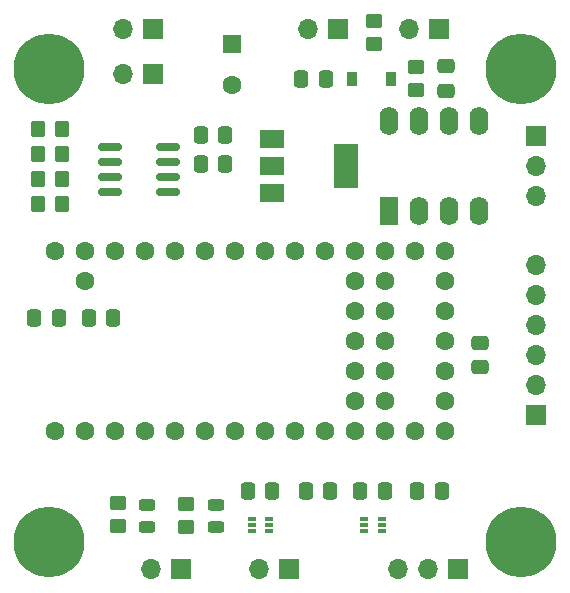
<source format=gbr>
%TF.GenerationSoftware,KiCad,Pcbnew,6.99.0-unknown-e4798199c6~148~ubuntu20.04.1*%
%TF.CreationDate,2022-06-12T18:05:56+02:00*%
%TF.ProjectId,MTRON_PCB,4d54524f-4e5f-4504-9342-2e6b69636164,rev?*%
%TF.SameCoordinates,Original*%
%TF.FileFunction,Soldermask,Top*%
%TF.FilePolarity,Negative*%
%FSLAX46Y46*%
G04 Gerber Fmt 4.6, Leading zero omitted, Abs format (unit mm)*
G04 Created by KiCad (PCBNEW 6.99.0-unknown-e4798199c6~148~ubuntu20.04.1) date 2022-06-12 18:05:56*
%MOMM*%
%LPD*%
G01*
G04 APERTURE LIST*
G04 Aperture macros list*
%AMRoundRect*
0 Rectangle with rounded corners*
0 $1 Rounding radius*
0 $2 $3 $4 $5 $6 $7 $8 $9 X,Y pos of 4 corners*
0 Add a 4 corners polygon primitive as box body*
4,1,4,$2,$3,$4,$5,$6,$7,$8,$9,$2,$3,0*
0 Add four circle primitives for the rounded corners*
1,1,$1+$1,$2,$3*
1,1,$1+$1,$4,$5*
1,1,$1+$1,$6,$7*
1,1,$1+$1,$8,$9*
0 Add four rect primitives between the rounded corners*
20,1,$1+$1,$2,$3,$4,$5,0*
20,1,$1+$1,$4,$5,$6,$7,0*
20,1,$1+$1,$6,$7,$8,$9,0*
20,1,$1+$1,$8,$9,$2,$3,0*%
G04 Aperture macros list end*
%ADD10C,0.800000*%
%ADD11C,6.000000*%
%ADD12O,1.700000X1.700000*%
%ADD13R,1.700000X1.700000*%
%ADD14RoundRect,0.250000X-0.350000X-0.450000X0.350000X-0.450000X0.350000X0.450000X-0.350000X0.450000X0*%
%ADD15RoundRect,0.250000X-0.450000X0.350000X-0.450000X-0.350000X0.450000X-0.350000X0.450000X0.350000X0*%
%ADD16RoundRect,0.250000X-0.337500X-0.475000X0.337500X-0.475000X0.337500X0.475000X-0.337500X0.475000X0*%
%ADD17C,1.600000*%
%ADD18RoundRect,0.250000X0.475000X-0.337500X0.475000X0.337500X-0.475000X0.337500X-0.475000X-0.337500X0*%
%ADD19RoundRect,0.250000X0.350000X0.450000X-0.350000X0.450000X-0.350000X-0.450000X0.350000X-0.450000X0*%
%ADD20R,2.000000X1.500000*%
%ADD21R,2.000000X3.800000*%
%ADD22RoundRect,0.250000X-0.475000X0.337500X-0.475000X-0.337500X0.475000X-0.337500X0.475000X0.337500X0*%
%ADD23RoundRect,0.250000X0.337500X0.475000X-0.337500X0.475000X-0.337500X-0.475000X0.337500X-0.475000X0*%
%ADD24RoundRect,0.150000X-0.825000X-0.150000X0.825000X-0.150000X0.825000X0.150000X-0.825000X0.150000X0*%
%ADD25RoundRect,0.243750X-0.456250X0.243750X-0.456250X-0.243750X0.456250X-0.243750X0.456250X0.243750X0*%
%ADD26R,0.900000X1.200000*%
%ADD27R,0.700000X0.340000*%
%ADD28R,1.600000X1.600000*%
%ADD29O,1.600000X2.400000*%
%ADD30R,1.600000X2.400000*%
G04 APERTURE END LIST*
D10*
%TO.C,H3*%
X123250000Y-111000000D03*
X122590990Y-112590990D03*
X122590990Y-109409010D03*
X121000000Y-113250000D03*
D11*
X121000000Y-111000000D03*
D10*
X121000000Y-108750000D03*
X119409010Y-112590990D03*
X119409010Y-109409010D03*
X118750000Y-111000000D03*
%TD*%
%TO.C,H2*%
X163250000Y-111000000D03*
X162590990Y-112590990D03*
X162590990Y-109409010D03*
X161000000Y-113250000D03*
D11*
X161000000Y-111000000D03*
D10*
X161000000Y-108750000D03*
X159409010Y-112590990D03*
X159409010Y-109409010D03*
X158750000Y-111000000D03*
%TD*%
%TO.C,H4*%
X163250000Y-71000000D03*
X162590990Y-72590990D03*
X162590990Y-69409010D03*
X161000000Y-73250000D03*
D11*
X161000000Y-71000000D03*
D10*
X161000000Y-68750000D03*
X159409010Y-72590990D03*
X159409010Y-69409010D03*
X158750000Y-71000000D03*
%TD*%
%TO.C,H1*%
X123250000Y-71000000D03*
X122590990Y-72590990D03*
X122590990Y-69409010D03*
X121000000Y-73250000D03*
D11*
X121000000Y-71000000D03*
D10*
X121000000Y-68750000D03*
X119409010Y-72590990D03*
X119409010Y-69409010D03*
X118750000Y-71000000D03*
%TD*%
D12*
%TO.C,J2*%
X127234999Y-67599999D03*
D13*
X129774999Y-67599999D03*
%TD*%
D12*
%TO.C,J7*%
X162199999Y-81754999D03*
X162199999Y-79214999D03*
D13*
X162199999Y-76674999D03*
%TD*%
D14*
%TO.C,R7*%
X122100000Y-78200000D03*
X120100000Y-78200000D03*
%TD*%
D15*
%TO.C,R4*%
X126800000Y-109700000D03*
X126800000Y-107700000D03*
%TD*%
%TO.C,R3*%
X132600000Y-109800000D03*
X132600000Y-107800000D03*
%TD*%
D16*
%TO.C,C9*%
X135937500Y-79000000D03*
X133862500Y-79000000D03*
%TD*%
D17*
%TO.C,U1*%
X146940000Y-99060000D03*
X149480000Y-99060000D03*
X146940000Y-96520000D03*
X149480000Y-96520000D03*
X146940000Y-93980000D03*
X149480000Y-93980000D03*
X146940000Y-91440000D03*
X149480000Y-91440000D03*
X146940000Y-88900000D03*
X149480000Y-88900000D03*
X124080000Y-88900000D03*
X121540000Y-86360000D03*
X124080000Y-86360000D03*
X126620000Y-86360000D03*
X129160000Y-86360000D03*
X131700000Y-86360000D03*
X134240000Y-86360000D03*
X136780000Y-86360000D03*
X139320000Y-86360000D03*
X141860000Y-86360000D03*
X144400000Y-86360000D03*
X146940000Y-86360000D03*
X149480000Y-86360000D03*
X152020000Y-86360000D03*
X154560000Y-86360000D03*
X154560000Y-88900000D03*
X154560000Y-91440000D03*
X154560000Y-93980000D03*
X154560000Y-96520000D03*
X154560000Y-99060000D03*
X154560000Y-101600000D03*
X152020000Y-101600000D03*
X149480000Y-101600000D03*
X146940000Y-101600000D03*
X144400000Y-101600000D03*
X141860000Y-101600000D03*
X139320000Y-101600000D03*
X136780000Y-101600000D03*
X134240000Y-101600000D03*
X131700000Y-101600000D03*
X129160000Y-101600000D03*
X126620000Y-101600000D03*
X124080000Y-101600000D03*
X121540000Y-101600000D03*
%TD*%
D15*
%TO.C,R2*%
X148500000Y-68900000D03*
X148500000Y-66900000D03*
%TD*%
D12*
%TO.C,J6*%
X138816999Y-113299999D03*
D13*
X141356999Y-113299999D03*
%TD*%
D12*
%TO.C,J5*%
X162199999Y-87549999D03*
X162199999Y-90089999D03*
X162199999Y-92629999D03*
X162199999Y-95169999D03*
X162199999Y-97709999D03*
D13*
X162199999Y-100249999D03*
%TD*%
D16*
%TO.C,C10*%
X135937500Y-76600000D03*
X133862500Y-76600000D03*
%TD*%
D18*
%TO.C,C2*%
X157500000Y-94162500D03*
X157500000Y-96237500D03*
%TD*%
D19*
%TO.C,R8*%
X120100000Y-80300000D03*
X122100000Y-80300000D03*
%TD*%
D16*
%TO.C,C6*%
X139900000Y-106700000D03*
X137825000Y-106700000D03*
%TD*%
D20*
%TO.C,U3*%
X139849999Y-81499999D03*
D21*
X146149999Y-79199999D03*
D20*
X139849999Y-79199999D03*
X139849999Y-76899999D03*
%TD*%
D16*
%TO.C,C11*%
X149437500Y-106700000D03*
X147362500Y-106700000D03*
%TD*%
D12*
%TO.C,J3*%
X129659999Y-113299999D03*
D13*
X132199999Y-113299999D03*
%TD*%
D19*
%TO.C,R6*%
X120100000Y-82400000D03*
X122100000Y-82400000D03*
%TD*%
D12*
%TO.C,J1*%
X151511999Y-67599999D03*
D13*
X154051999Y-67599999D03*
%TD*%
D22*
%TO.C,C3*%
X154600000Y-72837500D03*
X154600000Y-70762500D03*
%TD*%
D23*
%TO.C,C8*%
X142725000Y-106700000D03*
X144800000Y-106700000D03*
%TD*%
%TO.C,C5*%
X142362500Y-71800000D03*
X144437500Y-71800000D03*
%TD*%
D24*
%TO.C,U5*%
X131075000Y-77595000D03*
X131075000Y-78865000D03*
X131075000Y-80135000D03*
X131075000Y-81405000D03*
X126125000Y-81405000D03*
X126125000Y-80135000D03*
X126125000Y-78865000D03*
X126125000Y-77595000D03*
%TD*%
D25*
%TO.C,D3*%
X129300000Y-109737500D03*
X129300000Y-107862500D03*
%TD*%
D12*
%TO.C,J4*%
X142934999Y-67599999D03*
D13*
X145474999Y-67599999D03*
%TD*%
D23*
%TO.C,C1*%
X119762500Y-92100000D03*
X121837500Y-92100000D03*
%TD*%
D26*
%TO.C,D1*%
X149949999Y-71799999D03*
X146649999Y-71799999D03*
%TD*%
D12*
%TO.C,J8*%
X127234999Y-71399999D03*
D13*
X129774999Y-71399999D03*
%TD*%
D27*
%TO.C,U4*%
X139649999Y-109099999D03*
X139649999Y-109599999D03*
X139649999Y-110099999D03*
X138149999Y-110099999D03*
X138149999Y-109599999D03*
X138149999Y-109099999D03*
%TD*%
D15*
%TO.C,R1*%
X152100000Y-72800000D03*
X152100000Y-70800000D03*
%TD*%
D17*
%TO.C,C7*%
X136500000Y-72347300D03*
D28*
X136499999Y-68847299D03*
%TD*%
D12*
%TO.C,J9*%
X150544999Y-113299999D03*
X153084999Y-113299999D03*
D13*
X155624999Y-113299999D03*
%TD*%
D14*
%TO.C,R5*%
X122100000Y-76100000D03*
X120100000Y-76100000D03*
%TD*%
D27*
%TO.C,U6*%
X149149999Y-109099999D03*
X149149999Y-109599999D03*
X149149999Y-110099999D03*
X147649999Y-110099999D03*
X147649999Y-109599999D03*
X147649999Y-109099999D03*
%TD*%
D23*
%TO.C,C4*%
X124362500Y-92100000D03*
X126437500Y-92100000D03*
%TD*%
D29*
%TO.C,U2*%
X149799999Y-75404999D03*
X152339999Y-75404999D03*
X154879999Y-75404999D03*
X157419999Y-75404999D03*
X157419999Y-83024999D03*
X154879999Y-83024999D03*
X152339999Y-83024999D03*
D30*
X149799999Y-83024999D03*
%TD*%
D23*
%TO.C,C12*%
X152162500Y-106700000D03*
X154237500Y-106700000D03*
%TD*%
D25*
%TO.C,D2*%
X135100000Y-109737500D03*
X135100000Y-107862500D03*
%TD*%
M02*

</source>
